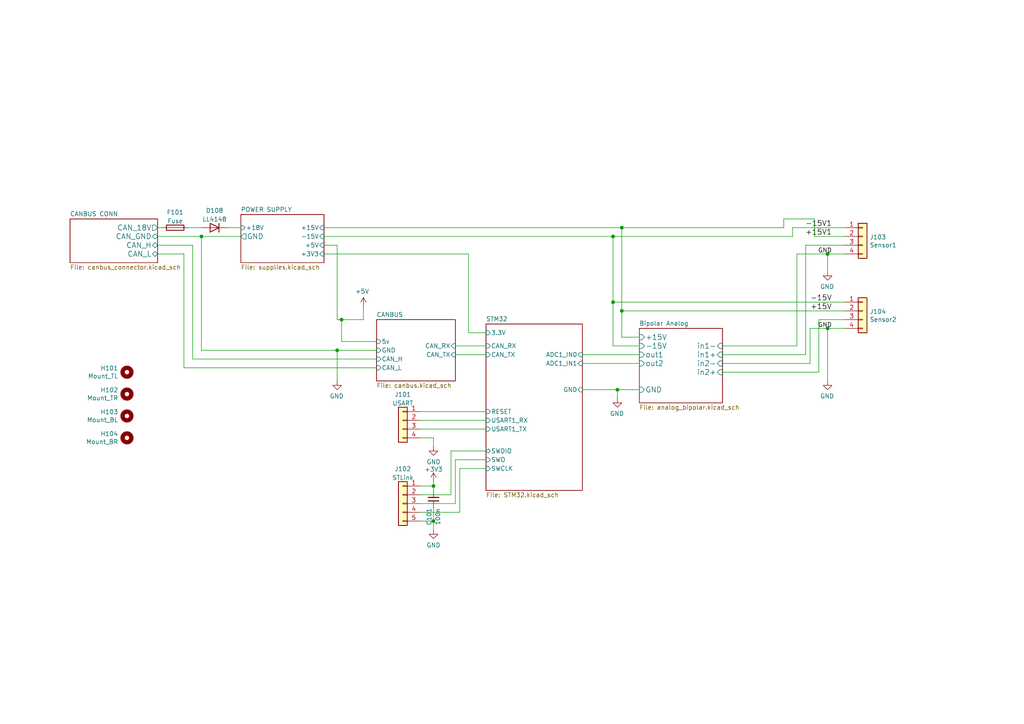
<source format=kicad_sch>
(kicad_sch (version 20211123) (generator eeschema)
  (paper "A4")
  (lib_symbols
    (symbol "Connector_Generic:Conn_01x04" (pin_names (offset 1.016) hide)
      (property "Reference" "J" (at 0 5.08 0))
      (property "Value" "Conn_01x04" (at 0 -7.62 0))
      (symbol "Conn_01x04_1_1"
        (rectangle (start -1.27 -4.953) (end 0 -5.207) (stroke (width 0.1524)))
        (rectangle (start -1.27 -2.413) (end 0 -2.667) (stroke (width 0.1524)))
        (rectangle (start -1.27 0.127) (end 0 -0.127) (stroke (width 0.1524)))
        (rectangle (start -1.27 2.667) (end 0 2.413) (stroke (width 0.1524)))
        (rectangle (start -1.27 3.81) (end 1.27 -6.35) (stroke (width 0.254)) (fill (type background)))
        (pin passive line (at -5.08 2.54 0) (length 3.81) (name "Pin_1") (number "1"))
        (pin passive line (at -5.08 0 0) (length 3.81) (name "Pin_2") (number "2"))
        (pin passive line (at -5.08 -2.54 0) (length 3.81) (name "Pin_3") (number "3"))
        (pin passive line (at -5.08 -5.08 0) (length 3.81) (name "Pin_4") (number "4"))
      )
    )
    (symbol "Connector_Generic:Conn_01x05" (pin_names (offset 1.016) hide)
      (property "Reference" "J" (at 0 7.62 0))
      (property "Value" "Conn_01x05" (at 0 -7.62 0))
      (symbol "Conn_01x05_1_1"
        (rectangle (start -1.27 -4.953) (end 0 -5.207) (stroke (width 0.1524)))
        (rectangle (start -1.27 -2.413) (end 0 -2.667) (stroke (width 0.1524)))
        (rectangle (start -1.27 0.127) (end 0 -0.127) (stroke (width 0.1524)))
        (rectangle (start -1.27 2.667) (end 0 2.413) (stroke (width 0.1524)))
        (rectangle (start -1.27 5.207) (end 0 4.953) (stroke (width 0.1524)))
        (rectangle (start -1.27 6.35) (end 1.27 -6.35) (stroke (width 0.254)) (fill (type background)))
        (pin passive line (at -5.08 5.08 0) (length 3.81) (name "Pin_1") (number "1"))
        (pin passive line (at -5.08 2.54 0) (length 3.81) (name "Pin_2") (number "2"))
        (pin passive line (at -5.08 0 0) (length 3.81) (name "Pin_3") (number "3"))
        (pin passive line (at -5.08 -2.54 0) (length 3.81) (name "Pin_4") (number "4"))
        (pin passive line (at -5.08 -5.08 0) (length 3.81) (name "Pin_5") (number "5"))
      )
    )
    (symbol "Device:C_Small" (pin_numbers hide) (pin_names (offset 0.254) hide)
      (property "Reference" "C" (at 0.254 1.778 0))
      (property "Value" "C_Small" (at 0.254 -2.032 0))
      (symbol "C_Small_0_1"
        (polyline (pts (xy -1.524 -0.508) (xy 1.524 -0.508)) (stroke (width 0.3302)))
        (polyline (pts (xy -1.524 0.508) (xy 1.524 0.508)) (stroke (width 0.3048)))
      )
      (symbol "C_Small_1_1"
        (pin passive line (at 0 2.54 270) (length 2.032) (name "~") (number "1"))
        (pin passive line (at 0 -2.54 90) (length 2.032) (name "~") (number "2"))
      )
    )
    (symbol "Device:Fuse" (pin_numbers hide) (pin_names (offset 0))
      (property "Reference" "F" (at 2.032 0 90))
      (property "Value" "Fuse" (at -1.905 0 90))
      (symbol "Fuse_0_1"
        (rectangle (start -0.762 -2.54) (end 0.762 2.54) (stroke (width 0.254)))
        (polyline (pts (xy 0 2.54) (xy 0 -2.54)))
      )
      (symbol "Fuse_1_1"
        (pin passive line (at 0 3.81 270) (length 1.27) (name "~") (number "1"))
        (pin passive line (at 0 -3.81 90) (length 1.27) (name "~") (number "2"))
      )
    )
    (symbol "Diode:LL4148" (pin_numbers hide) (pin_names (offset 1.016) hide)
      (property "Reference" "D" (at 0 2.54 0))
      (property "Value" "LL4148" (at 0 -2.54 0))
      (symbol "LL4148_0_1"
        (polyline (pts (xy -1.27 1.27) (xy -1.27 -1.27)) (stroke (width 0.254)))
        (polyline (pts (xy 1.27 0) (xy -1.27 0)))
        (polyline (pts (xy 1.27 1.27) (xy 1.27 -1.27) (xy -1.27 0) (xy 1.27 1.27)) (stroke (width 0.254)))
      )
      (symbol "LL4148_1_1"
        (pin passive line (at -3.81 0 0) (length 2.54) (name "K") (number "1"))
        (pin passive line (at 3.81 0 180) (length 2.54) (name "A") (number "2"))
      )
    )
    (symbol "Mechanical:MountingHole" (pin_names (offset 1.016))
      (property "Reference" "H" (at 0 5.08 0))
      (property "Value" "MountingHole" (at 0 3.175 0))
      (symbol "MountingHole_0_1"
        (circle (center 0 0) (radius 1.27) (stroke (width 1.27)))
      )
    )
    (symbol "power:+3.3V" (power) (pin_names (offset 0))
      (property "Value" "+3.3V" (at 0 3.556 0))
      (symbol "+3.3V_0_1"
        (polyline (pts (xy -0.762 1.27) (xy 0 2.54)))
        (polyline (pts (xy 0 0) (xy 0 2.54)))
        (polyline (pts (xy 0 2.54) (xy 0.762 1.27)))
      )
      (symbol "+3.3V_1_1"
        (pin power_in line (at 0 0 90) (length 0) hide (name "+3V3") (number "1"))
      )
    )
    (symbol "power:+5V" (power) (pin_names (offset 0))
      (property "Value" "+5V" (at 0 3.556 0))
      (symbol "+5V_0_1"
        (polyline (pts (xy -0.762 1.27) (xy 0 2.54)))
        (polyline (pts (xy 0 0) (xy 0 2.54)))
        (polyline (pts (xy 0 2.54) (xy 0.762 1.27)))
      )
      (symbol "+5V_1_1"
        (pin power_in line (at 0 0 90) (length 0) hide (name "+5V") (number "1"))
      )
    )
    (symbol "power:GND" (power) (pin_names (offset 0))
      (property "Value" "GND" (at 0 -3.81 0))
      (symbol "GND_0_1"
        (polyline (pts (xy 0 0) (xy 0 -1.27) (xy 1.27 -1.27) (xy 0 -2.54) (xy -1.27 -1.27) (xy 0 -1.27)))
      )
      (symbol "GND_1_1"
        (pin power_in line (at 0 0 270) (length 0) hide (name "GND") (number "1"))
      )
    )
  )
  (junction (at 180.34 90.17))
  (junction (at 177.8 68.58))
  (junction (at 99.06 92.71))
  (junction (at 240.03 95.25))
  (junction (at 125.73 140.97))
  (junction (at 240.03 73.66))
  (junction (at 97.79 101.6))
  (junction (at 179.07 113.03))
  (junction (at 180.34 66.04))
  (junction (at 125.73 151.13))
  (junction (at 58.42 68.58))
  (junction (at 177.8 87.63))
  (wire (pts (xy 53.34 106.68) (xy 109.22 106.68)))
  (wire (pts (xy 105.41 88.9) (xy 105.41 92.71)))
  (wire (pts (xy 125.73 139.7) (xy 125.73 140.97)))
  (wire (pts (xy 121.92 124.46) (xy 140.97 124.46)))
  (wire (pts (xy 233.68 102.87) (xy 209.55 102.87)))
  (wire (pts (xy 132.08 102.87) (xy 140.97 102.87)))
  (wire (pts (xy 125.73 147.32) (xy 125.73 151.13)))
  (wire (pts (xy 93.98 73.66) (xy 135.89 73.66)))
  (wire (pts (xy 55.88 71.12) (xy 55.88 104.14)))
  (wire (pts (xy 236.22 68.58) (xy 236.22 63.5)))
  (wire (pts (xy 180.34 90.17) (xy 180.34 97.79)))
  (wire (pts (xy 233.68 71.12) (xy 233.68 102.87)))
  (wire (pts (xy 227.33 66.04) (xy 180.34 66.04)))
  (wire (pts (xy 180.34 97.79) (xy 185.42 97.79)))
  (wire (pts (xy 45.72 73.66) (xy 53.34 73.66)))
  (wire (pts (xy 185.42 113.03) (xy 179.07 113.03)))
  (wire (pts (xy 121.92 119.38) (xy 140.97 119.38)))
  (wire (pts (xy 97.79 101.6) (xy 97.79 110.49)))
  (wire (pts (xy 133.35 148.59) (xy 133.35 135.89)))
  (wire (pts (xy 93.98 66.04) (xy 180.34 66.04)))
  (wire (pts (xy 130.81 130.81) (xy 130.81 143.51)))
  (wire (pts (xy 245.11 68.58) (xy 236.22 68.58)))
  (wire (pts (xy 229.87 68.58) (xy 229.87 66.04)))
  (wire (pts (xy 177.8 68.58) (xy 177.8 87.63)))
  (wire (pts (xy 231.14 100.33) (xy 209.55 100.33)))
  (wire (pts (xy 132.08 100.33) (xy 140.97 100.33)))
  (wire (pts (xy 99.06 99.06) (xy 109.22 99.06)))
  (wire (pts (xy 245.11 90.17) (xy 180.34 90.17)))
  (wire (pts (xy 58.42 68.58) (xy 45.72 68.58)))
  (wire (pts (xy 237.49 92.71) (xy 237.49 107.95)))
  (wire (pts (xy 99.06 92.71) (xy 97.79 92.71)))
  (wire (pts (xy 240.03 110.49) (xy 240.03 95.25)))
  (wire (pts (xy 240.03 73.66) (xy 240.03 78.74)))
  (wire (pts (xy 121.92 148.59) (xy 133.35 148.59)))
  (wire (pts (xy 245.11 71.12) (xy 233.68 71.12)))
  (wire (pts (xy 168.91 113.03) (xy 179.07 113.03)))
  (wire (pts (xy 234.95 95.25) (xy 234.95 105.41)))
  (wire (pts (xy 53.34 73.66) (xy 53.34 106.68)))
  (wire (pts (xy 135.89 96.52) (xy 140.97 96.52)))
  (wire (pts (xy 236.22 63.5) (xy 227.33 63.5)))
  (wire (pts (xy 237.49 107.95) (xy 209.55 107.95)))
  (wire (pts (xy 97.79 101.6) (xy 58.42 101.6)))
  (wire (pts (xy 234.95 105.41) (xy 209.55 105.41)))
  (wire (pts (xy 69.85 68.58) (xy 58.42 68.58)))
  (wire (pts (xy 55.88 71.12) (xy 45.72 71.12)))
  (wire (pts (xy 93.98 71.12) (xy 97.79 71.12)))
  (wire (pts (xy 46.99 66.04) (xy 45.72 66.04)))
  (wire (pts (xy 229.87 66.04) (xy 245.11 66.04)))
  (wire (pts (xy 240.03 73.66) (xy 231.14 73.66)))
  (wire (pts (xy 245.11 92.71) (xy 237.49 92.71)))
  (wire (pts (xy 231.14 73.66) (xy 231.14 100.33)))
  (wire (pts (xy 54.61 66.04) (xy 58.42 66.04)))
  (wire (pts (xy 133.35 135.89) (xy 140.97 135.89)))
  (wire (pts (xy 168.91 102.87) (xy 185.42 102.87)))
  (wire (pts (xy 125.73 127) (xy 125.73 129.54)))
  (wire (pts (xy 132.08 133.35) (xy 132.08 146.05)))
  (wire (pts (xy 121.92 121.92) (xy 140.97 121.92)))
  (wire (pts (xy 121.92 127) (xy 125.73 127)))
  (wire (pts (xy 125.73 140.97) (xy 125.73 142.24)))
  (wire (pts (xy 93.98 68.58) (xy 177.8 68.58)))
  (wire (pts (xy 140.97 130.81) (xy 130.81 130.81)))
  (wire (pts (xy 240.03 95.25) (xy 234.95 95.25)))
  (wire (pts (xy 245.11 73.66) (xy 240.03 73.66)))
  (wire (pts (xy 135.89 73.66) (xy 135.89 96.52)))
  (wire (pts (xy 97.79 92.71) (xy 97.79 71.12)))
  (wire (pts (xy 99.06 92.71) (xy 99.06 99.06)))
  (wire (pts (xy 180.34 66.04) (xy 180.34 90.17)))
  (wire (pts (xy 227.33 63.5) (xy 227.33 66.04)))
  (wire (pts (xy 125.73 151.13) (xy 125.73 153.67)))
  (wire (pts (xy 245.11 95.25) (xy 240.03 95.25)))
  (wire (pts (xy 105.41 92.71) (xy 99.06 92.71)))
  (wire (pts (xy 97.79 101.6) (xy 109.22 101.6)))
  (wire (pts (xy 168.91 105.41) (xy 185.42 105.41)))
  (wire (pts (xy 121.92 140.97) (xy 125.73 140.97)))
  (wire (pts (xy 177.8 87.63) (xy 177.8 100.33)))
  (wire (pts (xy 179.07 115.57) (xy 179.07 113.03)))
  (wire (pts (xy 177.8 100.33) (xy 185.42 100.33)))
  (wire (pts (xy 245.11 87.63) (xy 177.8 87.63)))
  (wire (pts (xy 140.97 133.35) (xy 132.08 133.35)))
  (wire (pts (xy 229.87 68.58) (xy 177.8 68.58)))
  (wire (pts (xy 55.88 104.14) (xy 109.22 104.14)))
  (wire (pts (xy 58.42 101.6) (xy 58.42 68.58)))
  (wire (pts (xy 121.92 151.13) (xy 125.73 151.13)))
  (wire (pts (xy 69.85 66.04) (xy 66.04 66.04)))
  (wire (pts (xy 132.08 146.05) (xy 121.92 146.05)))
  (wire (pts (xy 121.92 143.51) (xy 130.81 143.51)))
  (label "GND" (at 241.3 95.25 180))
  (label "-15V" (at 241.3 87.63 180) (effects (font (size 1.524 1.524))))
  (label "+15V1" (at 241.3 68.58 180) (effects (font (size 1.524 1.524))))
  (label "-15V1" (at 241.3 66.04 180) (effects (font (size 1.524 1.524))))
  (label "GND" (at 241.3 73.66 180))
  (label "+15V" (at 241.3 90.17 180) (effects (font (size 1.524 1.524))))
  (symbol (lib_id "Mechanical:MountingHole") (at 36.83 107.95 0) (mirror y) (unit 1)
    (property "Reference" "H101" (at 34.29 106.7816 0) (effects (justify left)))
    (property "Value" "Mount_TL" (at 34.29 109.093 0) (effects (justify left)))
    (property "Footprint" "MountingHole:MountingHole_3.2mm_M3" (effects hide))
  )
  (symbol (lib_id "Mechanical:MountingHole") (at 36.83 114.3 0) (mirror y) (unit 1)
    (property "Reference" "H102" (at 34.29 113.1316 0) (effects (justify left)))
    (property "Value" "Mount_TR" (at 34.29 115.443 0) (effects (justify left)))
    (property "Footprint" "MountingHole:MountingHole_3.2mm_M3" (effects hide))
  )
  (symbol (lib_id "Mechanical:MountingHole") (at 36.83 120.65 0) (mirror y) (unit 1)
    (property "Reference" "H103" (at 34.29 119.4816 0) (effects (justify left)))
    (property "Value" "Mount_BL" (at 34.29 121.793 0) (effects (justify left)))
    (property "Footprint" "MountingHole:MountingHole_3.2mm_M3" (effects hide))
  )
  (symbol (lib_id "Mechanical:MountingHole") (at 36.83 127 0) (mirror y) (unit 1)
    (property "Reference" "H104" (at 34.29 125.8316 0) (effects (justify left)))
    (property "Value" "Mount_BR" (at 34.29 128.143 0) (effects (justify left)))
    (property "Footprint" "MountingHole:MountingHole_3.2mm_M3" (effects hide))
  )
  (symbol (lib_id "power:GND") (at 179.07 115.57 0) (mirror y) (unit 1)
    (property "Reference" "#PWR0106" (effects hide))
    (property "Value" "GND" (at 178.943 119.9642 0))
  )
  (symbol (lib_id "power:+5V") (at 105.41 88.9 0) (mirror y) (unit 1)
    (property "Reference" "#PWR0102" (effects hide))
    (property "Value" "+5V" (at 105.029 84.5058 0))
  )
  (symbol (lib_id "power:GND") (at 97.79 110.49 0) (mirror y) (unit 1)
    (property "Reference" "#PWR0101" (effects hide))
    (property "Value" "GND" (at 97.663 114.8842 0))
  )
  (symbol (lib_id "power:GND") (at 240.03 110.49 0) (mirror y) (unit 1)
    (property "Reference" "#PWR0108" (effects hide))
    (property "Value" "GND" (at 239.903 114.8842 0))
  )
  (symbol (lib_id "power:GND") (at 240.03 78.74 0) (mirror y) (unit 1)
    (property "Reference" "#PWR0107" (effects hide))
    (property "Value" "GND" (at 239.903 83.1342 0))
  )
  (symbol (lib_id "Connector_Generic:Conn_01x04") (at 250.19 68.58 0) (unit 1)
    (property "Reference" "J103" (at 252.222 68.7832 0) (effects (justify left)))
    (property "Value" "Sensor1" (at 252.222 71.0946 0) (effects (justify left)))
    (property "Footprint" "Connector_Phoenix_MSTB:PhoenixContact_MSTBA_2,5_4-G-5,08_1x04_P5.08mm_Horizontal" (effects hide))
  )
  (symbol (lib_id "Connector_Generic:Conn_01x04") (at 250.19 90.17 0) (unit 1)
    (property "Reference" "J104" (at 252.222 90.3732 0) (effects (justify left)))
    (property "Value" "Sensor2" (at 252.222 92.6846 0) (effects (justify left)))
    (property "Footprint" "Connector_Phoenix_MSTB:PhoenixContact_MSTBA_2,5_4-G-5,08_1x04_P5.08mm_Horizontal" (effects hide))
  )
  (symbol (lib_id "power:GND") (at 125.73 129.54 0) (unit 1)
    (property "Reference" "#PWR0103" (effects hide))
    (property "Value" "GND" (at 125.73 133.9834 0))
  )
  (symbol (lib_id "power:GND") (at 125.73 153.67 0) (unit 1)
    (property "Reference" "#PWR0105" (effects hide))
    (property "Value" "GND" (at 125.73 158.1134 0))
  )
  (symbol (lib_id "Diode:LL4148") (at 62.23 66.04 180) (unit 1)
    (property "Reference" "D108" (at 62.23 61.0702 0))
    (property "Value" "LL4148" (at 62.23 63.6071 0))
    (property "Footprint" "Diode_SMD:D_MiniMELF" (effects hide))
    (property "Datasheet" "http://www.vishay.com/docs/85557/ll4148.pdf" (effects hide))
  )
  (symbol (lib_id "Connector_Generic:Conn_01x04") (at 116.84 121.92 0) (mirror y) (unit 1)
    (property "Reference" "J101" (at 116.84 114.4102 0))
    (property "Value" "USART" (at 116.84 116.9471 0))
    (property "Footprint" "Connector_PinHeader_2.54mm:PinHeader_1x04_P2.54mm_Vertical_SMD_Pin1Left" (effects hide))
  )
  (symbol (lib_id "Connector_Generic:Conn_01x05") (at 116.84 146.05 0) (mirror y) (unit 1)
    (property "Reference" "J102" (at 116.84 136.0002 0))
    (property "Value" "STLink" (at 116.84 138.5371 0))
    (property "Footprint" "Connector_PinHeader_2.54mm:PinHeader_1x05_P2.54mm_Vertical_SMD_Pin1Left" (effects hide))
  )
  (symbol (lib_id "Device:Fuse") (at 50.8 66.04 90) (unit 1)
    (property "Reference" "F101" (at 50.8 61.5782 90))
    (property "Value" "Fuse" (at 50.8 64.1151 90))
    (property "Footprint" "Fuse:Fuse_1812_4532Metric_Pad1.30x3.40mm_HandSolder" (effects hide))
  )
  (symbol (lib_id "power:+3.3V") (at 125.73 139.7 0) (unit 1)
    (property "Reference" "#PWR0104" (effects hide))
    (property "Value" "+3.3V" (at 125.73 136.1242 0))
  )
  (symbol (lib_id "Device:C_Small") (at 125.73 144.78 0) (mirror x) (unit 1)
    (property "Reference" "C101" (at 124.46 149.86 90))
    (property "Value" "100n" (at 127 149.86 90))
    (property "Footprint" "Capacitor_SMD:C_0603_1608Metric_Pad1.08x0.95mm_HandSolder" (effects hide))
  )
  (sheet (at 185.42 95.25) (size 24.13 21.59)
    (property "Sheet name" "Bipolar Analog" (at 185.42 94.5384 0) (effects (justify left bottom)))
    (property "Sheet file" "analog_bipolar.kicad_sch" (at 185.42 117.4246 0) (effects (justify left top)))
    (pin "out1" input (at 185.42 102.87 180) (effects (font (size 1.524 1.524))))
    (pin "GND" input (at 185.42 113.03 180) (effects (font (size 1.524 1.524))))
    (pin "in1-" input (at 209.55 100.33 0) (effects (font (size 1.524 1.524))))
    (pin "in1+" input (at 209.55 102.87 0) (effects (font (size 1.524 1.524))))
    (pin "out2" input (at 185.42 105.41 180) (effects (font (size 1.524 1.524))))
    (pin "in2-" input (at 209.55 105.41 0) (effects (font (size 1.524 1.524))))
    (pin "in2+" input (at 209.55 107.95 0) (effects (font (size 1.524 1.524))))
    (pin "+15V" input (at 185.42 97.79 180) (effects (font (size 1.524 1.524))))
    (pin "-15V" input (at 185.42 100.33 180) (effects (font (size 1.524 1.524))))
  )
  (sheet (at 69.85 62.23) (size 24.13 13.97)
    (property "Sheet name" "POWER SUPPLY" (at 69.85 61.5184 0) (effects (justify left bottom)))
    (property "Sheet file" "supplies.kicad_sch" (at 69.85 76.7846 0) (effects (justify left top)))
    (pin "GND" output (at 69.85 68.58 180) (effects (font (size 1.524 1.524))))
    (pin "+3V3" input (at 93.98 73.66 0))
    (pin "+15V" input (at 93.98 66.04 0))
    (pin "+5V" input (at 93.98 71.12 0))
    (pin "-15V" input (at 93.98 68.58 0))
    (pin "+18V" input (at 69.85 66.04 180))
  )
  (sheet (at 20.32 63.5) (size 25.4 12.7)
    (property "Sheet name" "CANBUS CONN" (at 20.32 62.7884 0) (effects (justify left bottom)))
    (property "Sheet file" "canbus_connector.kicad_sch" (at 20.32 76.7846 0) (effects (justify left top)))
    (pin "CAN_H" bidirectional (at 45.72 71.12 0) (effects (font (size 1.524 1.524))))
    (pin "CAN_L" bidirectional (at 45.72 73.66 0) (effects (font (size 1.524 1.524))))
    (pin "CAN_18V" output (at 45.72 66.04 0) (effects (font (size 1.524 1.524))))
    (pin "CAN_GND" bidirectional (at 45.72 68.58 0) (effects (font (size 1.524 1.524))))
  )
  (sheet (at 109.22 92.71) (size 22.86 17.78) (stroke (width 0.1524))
    (property "Sheet name" "CANBUS" (at 109.22 91.9984 0) (effects (justify left bottom)))
    (property "Sheet file" "canbus.kicad_sch" (at 109.22 111.0746 0) (effects (justify left top)))
    (pin "GND" input (at 109.22 101.6 180))
    (pin "5v" input (at 109.22 99.06 180))
    (pin "CAN_RX" input (at 132.08 100.33 0))
    (pin "CAN_TX" input (at 132.08 102.87 0))
    (pin "CAN_H" input (at 109.22 104.14 180))
    (pin "CAN_L" input (at 109.22 106.68 180))
  )
  (sheet (at 140.97 93.98) (size 27.94 48.26) (stroke (width 0.1524))
    (property "Sheet name" "STM32" (at 140.97 93.2684 0) (effects (justify left bottom)))
    (property "Sheet file" "STM32.kicad_sch" (at 140.97 142.8246 0) (effects (justify left top)))
    (pin "ADC1_IN0" input (at 168.91 102.87 0))
    (pin "ADC1_IN1" input (at 168.91 105.41 0))
    (pin "CAN_RX" input (at 140.97 100.33 180))
    (pin "CAN_TX" input (at 140.97 102.87 180))
    (pin "SWCLK" input (at 140.97 135.89 180))
    (pin "SWDIO" bidirectional (at 140.97 130.81 180))
    (pin "RESET" input (at 140.97 119.38 180))
    (pin "USART1_RX" input (at 140.97 121.92 180))
    (pin "USART1_TX" input (at 140.97 124.46 180))
    (pin "SWO" input (at 140.97 133.35 180))
    (pin "3.3V" input (at 140.97 96.52 180))
    (pin "GND" input (at 168.91 113.03 0))
  )
)
</source>
